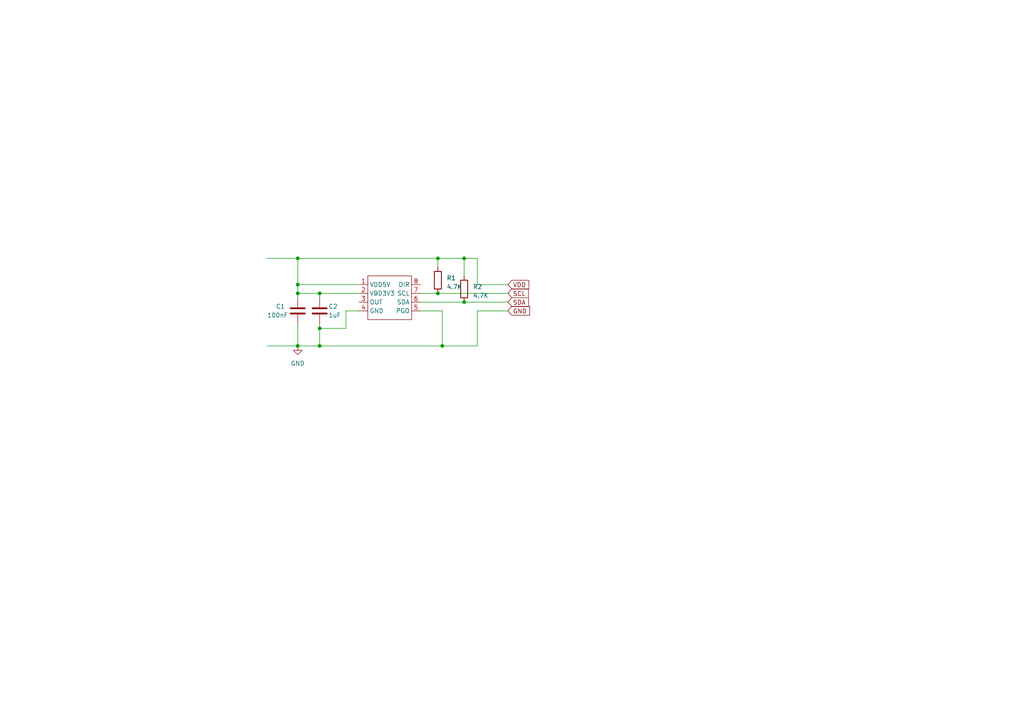
<source format=kicad_sch>
(kicad_sch (version 20230121) (generator eeschema)

  (uuid ea7d4d47-b765-4ea1-81d3-52cfadd68d8d)

  (paper "A4")

  (lib_symbols
    (symbol "Device:C" (pin_numbers hide) (pin_names (offset 0.254)) (in_bom yes) (on_board yes)
      (property "Reference" "C" (at 0.635 2.54 0)
        (effects (font (size 1.27 1.27)) (justify left))
      )
      (property "Value" "C" (at 0.635 -2.54 0)
        (effects (font (size 1.27 1.27)) (justify left))
      )
      (property "Footprint" "" (at 0.9652 -3.81 0)
        (effects (font (size 1.27 1.27)) hide)
      )
      (property "Datasheet" "~" (at 0 0 0)
        (effects (font (size 1.27 1.27)) hide)
      )
      (property "ki_keywords" "cap capacitor" (at 0 0 0)
        (effects (font (size 1.27 1.27)) hide)
      )
      (property "ki_description" "Unpolarized capacitor" (at 0 0 0)
        (effects (font (size 1.27 1.27)) hide)
      )
      (property "ki_fp_filters" "C_*" (at 0 0 0)
        (effects (font (size 1.27 1.27)) hide)
      )
      (symbol "C_0_1"
        (polyline
          (pts
            (xy -2.032 -0.762)
            (xy 2.032 -0.762)
          )
          (stroke (width 0.508) (type default))
          (fill (type none))
        )
        (polyline
          (pts
            (xy -2.032 0.762)
            (xy 2.032 0.762)
          )
          (stroke (width 0.508) (type default))
          (fill (type none))
        )
      )
      (symbol "C_1_1"
        (pin passive line (at 0 3.81 270) (length 2.794)
          (name "~" (effects (font (size 1.27 1.27))))
          (number "1" (effects (font (size 1.27 1.27))))
        )
        (pin passive line (at 0 -3.81 90) (length 2.794)
          (name "~" (effects (font (size 1.27 1.27))))
          (number "2" (effects (font (size 1.27 1.27))))
        )
      )
    )
    (symbol "Device:R" (pin_numbers hide) (pin_names (offset 0)) (in_bom yes) (on_board yes)
      (property "Reference" "R" (at 2.032 0 90)
        (effects (font (size 1.27 1.27)))
      )
      (property "Value" "R" (at 0 0 90)
        (effects (font (size 1.27 1.27)))
      )
      (property "Footprint" "" (at -1.778 0 90)
        (effects (font (size 1.27 1.27)) hide)
      )
      (property "Datasheet" "~" (at 0 0 0)
        (effects (font (size 1.27 1.27)) hide)
      )
      (property "ki_keywords" "R res resistor" (at 0 0 0)
        (effects (font (size 1.27 1.27)) hide)
      )
      (property "ki_description" "Resistor" (at 0 0 0)
        (effects (font (size 1.27 1.27)) hide)
      )
      (property "ki_fp_filters" "R_*" (at 0 0 0)
        (effects (font (size 1.27 1.27)) hide)
      )
      (symbol "R_0_1"
        (rectangle (start -1.016 -2.54) (end 1.016 2.54)
          (stroke (width 0.254) (type default))
          (fill (type none))
        )
      )
      (symbol "R_1_1"
        (pin passive line (at 0 3.81 270) (length 1.27)
          (name "~" (effects (font (size 1.27 1.27))))
          (number "1" (effects (font (size 1.27 1.27))))
        )
        (pin passive line (at 0 -3.81 90) (length 1.27)
          (name "~" (effects (font (size 1.27 1.27))))
          (number "2" (effects (font (size 1.27 1.27))))
        )
      )
    )
    (symbol "Library:AS5600" (in_bom yes) (on_board yes)
      (property "Reference" "U" (at -3.81 1.27 0)
        (effects (font (size 1.27 1.27)) hide)
      )
      (property "Value" "" (at -3.81 1.27 0)
        (effects (font (size 1.27 1.27)))
      )
      (property "Footprint" "Package_SO:SOIC-8-1EP_3.9x4.9mm_P1.27mm_EP2.514x3.2mm" (at -3.81 1.27 0)
        (effects (font (size 1.27 1.27)) hide)
      )
      (property "Datasheet" "" (at -3.81 1.27 0)
        (effects (font (size 1.27 1.27)) hide)
      )
      (symbol "AS5600_0_1"
        (rectangle (start -6.35 6.35) (end 6.35 -6.35)
          (stroke (width 0) (type default))
          (fill (type none))
        )
      )
      (symbol "AS5600_1_1"
        (pin input line (at -8.89 3.81 0) (length 2.54)
          (name "VDD5V" (effects (font (size 1.27 1.27))))
          (number "1" (effects (font (size 1.27 1.27))))
        )
        (pin input line (at -8.89 1.27 0) (length 2.54)
          (name "VDD3V3" (effects (font (size 1.27 1.27))))
          (number "2" (effects (font (size 1.27 1.27))))
        )
        (pin input line (at -8.89 -1.27 0) (length 2.54)
          (name "OUT" (effects (font (size 1.27 1.27))))
          (number "3" (effects (font (size 1.27 1.27))))
        )
        (pin input line (at -8.89 -3.81 0) (length 2.54)
          (name "GND" (effects (font (size 1.27 1.27))))
          (number "4" (effects (font (size 1.27 1.27))))
        )
        (pin input line (at 8.89 -3.81 180) (length 2.54)
          (name "PGO" (effects (font (size 1.27 1.27))))
          (number "5" (effects (font (size 1.27 1.27))))
        )
        (pin input line (at 8.89 -1.27 180) (length 2.54)
          (name "SDA" (effects (font (size 1.27 1.27))))
          (number "6" (effects (font (size 1.27 1.27))))
        )
        (pin input line (at 8.89 1.27 180) (length 2.54)
          (name "SCL" (effects (font (size 1.27 1.27))))
          (number "7" (effects (font (size 1.27 1.27))))
        )
        (pin input line (at 8.89 3.81 180) (length 2.54)
          (name "DIR" (effects (font (size 1.27 1.27))))
          (number "8" (effects (font (size 1.27 1.27))))
        )
      )
    )
    (symbol "power:GND" (power) (pin_names (offset 0)) (in_bom yes) (on_board yes)
      (property "Reference" "#PWR" (at 0 -6.35 0)
        (effects (font (size 1.27 1.27)) hide)
      )
      (property "Value" "GND" (at 0 -3.81 0)
        (effects (font (size 1.27 1.27)))
      )
      (property "Footprint" "" (at 0 0 0)
        (effects (font (size 1.27 1.27)) hide)
      )
      (property "Datasheet" "" (at 0 0 0)
        (effects (font (size 1.27 1.27)) hide)
      )
      (property "ki_keywords" "global power" (at 0 0 0)
        (effects (font (size 1.27 1.27)) hide)
      )
      (property "ki_description" "Power symbol creates a global label with name \"GND\" , ground" (at 0 0 0)
        (effects (font (size 1.27 1.27)) hide)
      )
      (symbol "GND_0_1"
        (polyline
          (pts
            (xy 0 0)
            (xy 0 -1.27)
            (xy 1.27 -1.27)
            (xy 0 -2.54)
            (xy -1.27 -1.27)
            (xy 0 -1.27)
          )
          (stroke (width 0) (type default))
          (fill (type none))
        )
      )
      (symbol "GND_1_1"
        (pin power_in line (at 0 0 270) (length 0) hide
          (name "GND" (effects (font (size 1.27 1.27))))
          (number "1" (effects (font (size 1.27 1.27))))
        )
      )
    )
  )

  (junction (at 92.71 95.25) (diameter 0) (color 0 0 0 0)
    (uuid 0509a541-21ff-4467-9521-494172490b01)
  )
  (junction (at 86.36 82.55) (diameter 0) (color 0 0 0 0)
    (uuid 05c0be81-d86c-49b8-93f4-166a68768185)
  )
  (junction (at 134.62 74.93) (diameter 0) (color 0 0 0 0)
    (uuid 34a4516b-8f59-4ec0-b8e5-f3bbf0f793dd)
  )
  (junction (at 128.27 100.33) (diameter 0) (color 0 0 0 0)
    (uuid 39eb9e47-5d1d-456f-b3a1-66039c9ad608)
  )
  (junction (at 127 74.93) (diameter 0) (color 0 0 0 0)
    (uuid 5e4e4159-a416-484e-9f06-89e43b977300)
  )
  (junction (at 86.36 85.09) (diameter 0) (color 0 0 0 0)
    (uuid 7e34245e-00e0-4fc9-8302-6ad0b68518dc)
  )
  (junction (at 86.36 74.93) (diameter 0) (color 0 0 0 0)
    (uuid 84f640c2-f5b6-4d97-8ac4-2e26f162fa8a)
  )
  (junction (at 127 85.09) (diameter 0) (color 0 0 0 0)
    (uuid 9962165c-5279-4dbd-92c5-ae2e668b9fd0)
  )
  (junction (at 134.62 87.63) (diameter 0) (color 0 0 0 0)
    (uuid bb3a2579-481f-4544-94a0-48bd3df0ec6d)
  )
  (junction (at 92.71 85.09) (diameter 0) (color 0 0 0 0)
    (uuid c0d6ae94-b28a-4632-97e6-82f51dc85294)
  )
  (junction (at 86.36 100.33) (diameter 0) (color 0 0 0 0)
    (uuid ccb93d8c-061f-4892-bdc0-56c13f2cef9c)
  )
  (junction (at 92.71 100.33) (diameter 0) (color 0 0 0 0)
    (uuid d3500ca9-fe94-4a94-b82d-c70183d2cc88)
  )

  (wire (pts (xy 128.27 90.17) (xy 128.27 100.33))
    (stroke (width 0) (type default))
    (uuid 154aaf9d-9e90-4c15-8f8d-f202559e03f1)
  )
  (wire (pts (xy 86.36 85.09) (xy 86.36 86.36))
    (stroke (width 0) (type default))
    (uuid 23f18b68-ee2c-486e-8e07-99df299158cc)
  )
  (wire (pts (xy 127 74.93) (xy 134.62 74.93))
    (stroke (width 0) (type default))
    (uuid 24b08522-7386-4e96-944d-84ecc76b5b32)
  )
  (wire (pts (xy 77.47 100.33) (xy 86.36 100.33))
    (stroke (width 0) (type default))
    (uuid 360d41b9-173a-4b19-9b2b-2422a396c523)
  )
  (wire (pts (xy 92.71 100.33) (xy 92.71 95.25))
    (stroke (width 0) (type default))
    (uuid 3877150d-f4fe-458f-a98c-31eee5a96db8)
  )
  (wire (pts (xy 86.36 82.55) (xy 86.36 74.93))
    (stroke (width 0) (type default))
    (uuid 3e3635a9-33fb-4afb-9963-a6fdfe601d23)
  )
  (wire (pts (xy 134.62 74.93) (xy 138.43 74.93))
    (stroke (width 0) (type default))
    (uuid 408a98a7-5eda-48ca-a6e5-dbe26eee11a2)
  )
  (wire (pts (xy 92.71 85.09) (xy 92.71 86.36))
    (stroke (width 0) (type default))
    (uuid 45b71182-9708-4627-8f1c-a02e3c9c9fa2)
  )
  (wire (pts (xy 86.36 100.33) (xy 92.71 100.33))
    (stroke (width 0) (type default))
    (uuid 45c39c9b-8b91-4cfb-8c00-347024f0c0a6)
  )
  (wire (pts (xy 121.92 90.17) (xy 128.27 90.17))
    (stroke (width 0) (type default))
    (uuid 4de9ad58-d5ea-43c6-87d5-f51e79295394)
  )
  (wire (pts (xy 92.71 85.09) (xy 86.36 85.09))
    (stroke (width 0) (type default))
    (uuid 59fe8513-4421-47d5-bf7b-aaf0f92a4400)
  )
  (wire (pts (xy 138.43 82.55) (xy 147.32 82.55))
    (stroke (width 0) (type default))
    (uuid 5c210586-384d-4a87-b861-18da64078405)
  )
  (wire (pts (xy 86.36 82.55) (xy 104.14 82.55))
    (stroke (width 0) (type default))
    (uuid 6050b7c4-1e3e-456a-be35-21d7f423e0a0)
  )
  (wire (pts (xy 92.71 85.09) (xy 104.14 85.09))
    (stroke (width 0) (type default))
    (uuid 681a258a-357c-4118-96dc-79e1040bdff9)
  )
  (wire (pts (xy 138.43 90.17) (xy 147.32 90.17))
    (stroke (width 0) (type default))
    (uuid 690f6c47-62c6-4480-a53b-a577e25fbf1f)
  )
  (wire (pts (xy 121.92 87.63) (xy 134.62 87.63))
    (stroke (width 0) (type default))
    (uuid 6fafd726-3fc7-41d4-986e-d434e4337174)
  )
  (wire (pts (xy 134.62 74.93) (xy 134.62 80.01))
    (stroke (width 0) (type default))
    (uuid 740f77d3-bd94-4e46-ac43-6a9cb40f651f)
  )
  (wire (pts (xy 128.27 100.33) (xy 138.43 100.33))
    (stroke (width 0) (type default))
    (uuid 7eef861c-253f-4f39-8afd-5e86f31e261d)
  )
  (wire (pts (xy 92.71 100.33) (xy 128.27 100.33))
    (stroke (width 0) (type default))
    (uuid 89103654-38a5-4a77-8bc5-b26e7eef0d1b)
  )
  (wire (pts (xy 100.33 90.17) (xy 100.33 95.25))
    (stroke (width 0) (type default))
    (uuid 92ca190e-3a78-4f3b-8487-e88e3fdeed58)
  )
  (wire (pts (xy 77.47 74.93) (xy 86.36 74.93))
    (stroke (width 0) (type default))
    (uuid 9f46b109-1f80-46ff-9435-4bf74ba9b416)
  )
  (wire (pts (xy 127 74.93) (xy 127 77.47))
    (stroke (width 0) (type default))
    (uuid a53d61a1-35ad-4733-bee1-18ee9af90125)
  )
  (wire (pts (xy 92.71 95.25) (xy 92.71 93.98))
    (stroke (width 0) (type default))
    (uuid a7bf1e78-1f63-492c-a1c5-3dfa98deb533)
  )
  (wire (pts (xy 86.36 82.55) (xy 86.36 85.09))
    (stroke (width 0) (type default))
    (uuid b6da9a73-763f-43a7-925e-7d24c3f1bcc0)
  )
  (wire (pts (xy 86.36 74.93) (xy 127 74.93))
    (stroke (width 0) (type default))
    (uuid bed47be6-245c-4883-b1d1-6a775d69440d)
  )
  (wire (pts (xy 100.33 95.25) (xy 92.71 95.25))
    (stroke (width 0) (type default))
    (uuid cab0fb66-3d75-47d2-b400-2ababf966170)
  )
  (wire (pts (xy 138.43 100.33) (xy 138.43 90.17))
    (stroke (width 0) (type default))
    (uuid cf4a08e0-b732-49f4-8604-f200dd66fccf)
  )
  (wire (pts (xy 121.92 85.09) (xy 127 85.09))
    (stroke (width 0) (type default))
    (uuid daeca52e-3b66-4124-849b-da6f47c7aeb0)
  )
  (wire (pts (xy 104.14 90.17) (xy 100.33 90.17))
    (stroke (width 0) (type default))
    (uuid dcd791f9-decc-4dbc-9f23-fa6b02a3e3dc)
  )
  (wire (pts (xy 138.43 74.93) (xy 138.43 82.55))
    (stroke (width 0) (type default))
    (uuid e2e664af-55af-4b13-a13d-e5fcd496a120)
  )
  (wire (pts (xy 134.62 87.63) (xy 147.32 87.63))
    (stroke (width 0) (type default))
    (uuid e713ef3d-290f-4c99-9187-f5bfd2b3a164)
  )
  (wire (pts (xy 86.36 93.98) (xy 86.36 100.33))
    (stroke (width 0) (type default))
    (uuid f9ae5e1b-c3ed-4ee7-8637-db51c346f886)
  )
  (wire (pts (xy 127 85.09) (xy 147.32 85.09))
    (stroke (width 0) (type default))
    (uuid fc61db1a-672a-4fa1-a212-4bb65ce8c9be)
  )

  (global_label "SCL" (shape input) (at 147.32 85.09 0) (fields_autoplaced)
    (effects (font (size 1.27 1.27)) (justify left))
    (uuid 037742ef-cf48-432c-bf2b-a328c178a73e)
    (property "Intersheetrefs" "${INTERSHEET_REFS}" (at 153.7334 85.09 0)
      (effects (font (size 1.27 1.27)) (justify left) hide)
    )
  )
  (global_label "GND" (shape input) (at 147.32 90.17 0) (fields_autoplaced)
    (effects (font (size 1.27 1.27)) (justify left))
    (uuid 114c12e0-5bd0-431c-b61c-43ffcf2bd8f0)
    (property "Intersheetrefs" "${INTERSHEET_REFS}" (at 154.0963 90.17 0)
      (effects (font (size 1.27 1.27)) (justify left) hide)
    )
  )
  (global_label "VDD" (shape input) (at 147.32 82.55 0) (fields_autoplaced)
    (effects (font (size 1.27 1.27)) (justify left))
    (uuid 4a92876a-958a-4a4a-a7ab-60a88c484715)
    (property "Intersheetrefs" "${INTERSHEET_REFS}" (at 153.8544 82.55 0)
      (effects (font (size 1.27 1.27)) (justify left) hide)
    )
  )
  (global_label "SDA" (shape input) (at 147.32 87.63 0) (fields_autoplaced)
    (effects (font (size 1.27 1.27)) (justify left))
    (uuid cb6e8cdd-818c-48a9-a459-bbdfaae75f22)
    (property "Intersheetrefs" "${INTERSHEET_REFS}" (at 153.7939 87.63 0)
      (effects (font (size 1.27 1.27)) (justify left) hide)
    )
  )

  (symbol (lib_id "Library:AS5600") (at 113.03 86.36 0) (unit 1)
    (in_bom yes) (on_board yes) (dnp no) (fields_autoplaced)
    (uuid 4365d5fb-d990-4d59-9a0a-b37604d21f72)
    (property "Reference" "U1" (at 109.22 85.09 0)
      (effects (font (size 1.27 1.27)) hide)
    )
    (property "Value" "~" (at 109.22 85.09 0)
      (effects (font (size 1.27 1.27)))
    )
    (property "Footprint" "Package_SO:SOIC-8-1EP_3.9x4.9mm_P1.27mm_EP2.514x3.2mm" (at 109.22 85.09 0)
      (effects (font (size 1.27 1.27)) hide)
    )
    (property "Datasheet" "" (at 109.22 85.09 0)
      (effects (font (size 1.27 1.27)) hide)
    )
    (pin "1" (uuid 1effccc9-8a92-4230-be17-84da65b294ca))
    (pin "2" (uuid 98c1394e-957e-46cf-bf47-478686fe4dc5))
    (pin "3" (uuid d956348e-d10b-4a78-a3db-466ce2c6621a))
    (pin "4" (uuid 32ccb483-0cbe-45fe-b77c-42ac88ce197b))
    (pin "5" (uuid 1ffc1b2a-f4e1-4a6e-9632-6c302f997e06))
    (pin "6" (uuid 104da1f2-d942-4a93-88b4-ecd379d456a4))
    (pin "7" (uuid 7e7842ea-f47e-47d2-a7a4-ba4c943551ac))
    (pin "8" (uuid 913723d9-f2e0-4a6a-8947-d55e4ff9ea63))
    (instances
      (project "TopPCB"
        (path "/ea7d4d47-b765-4ea1-81d3-52cfadd68d8d"
          (reference "U1") (unit 1)
        )
      )
    )
  )

  (symbol (lib_id "power:GND") (at 86.36 100.33 0) (unit 1)
    (in_bom yes) (on_board yes) (dnp no) (fields_autoplaced)
    (uuid 46e8aa90-05f8-462b-8d12-a70c3b321304)
    (property "Reference" "#PWR01" (at 86.36 106.68 0)
      (effects (font (size 1.27 1.27)) hide)
    )
    (property "Value" "GND" (at 86.36 105.41 0)
      (effects (font (size 1.27 1.27)))
    )
    (property "Footprint" "" (at 86.36 100.33 0)
      (effects (font (size 1.27 1.27)) hide)
    )
    (property "Datasheet" "" (at 86.36 100.33 0)
      (effects (font (size 1.27 1.27)) hide)
    )
    (pin "1" (uuid c1f75876-6299-4616-a653-c3d25fa4ea40))
    (instances
      (project "TopPCB"
        (path "/ea7d4d47-b765-4ea1-81d3-52cfadd68d8d"
          (reference "#PWR01") (unit 1)
        )
      )
    )
  )

  (symbol (lib_id "Device:C") (at 86.36 90.17 0) (unit 1)
    (in_bom yes) (on_board yes) (dnp no)
    (uuid 5590644b-ccf0-4057-a8eb-bf1fb19a7aa8)
    (property "Reference" "C1" (at 80.01 88.9 0)
      (effects (font (size 1.27 1.27)) (justify left))
    )
    (property "Value" "100nF" (at 77.47 91.44 0)
      (effects (font (size 1.27 1.27)) (justify left))
    )
    (property "Footprint" "Capacitor_SMD:C_0402_1005Metric" (at 87.3252 93.98 0)
      (effects (font (size 1.27 1.27)) hide)
    )
    (property "Datasheet" "~" (at 86.36 90.17 0)
      (effects (font (size 1.27 1.27)) hide)
    )
    (pin "1" (uuid 38eca3d5-4a94-44c9-90b6-92c16c1fa1f9))
    (pin "2" (uuid 75ee9267-61ce-4663-a326-2b5e090844b6))
    (instances
      (project "TopPCB"
        (path "/ea7d4d47-b765-4ea1-81d3-52cfadd68d8d"
          (reference "C1") (unit 1)
        )
      )
    )
  )

  (symbol (lib_id "Device:C") (at 92.71 90.17 0) (unit 1)
    (in_bom yes) (on_board yes) (dnp no)
    (uuid 9e98c6b1-64a8-4c90-8fd5-ce5b5c9cfaa5)
    (property "Reference" "C2" (at 95.25 88.9 0)
      (effects (font (size 1.27 1.27)) (justify left))
    )
    (property "Value" "1uF" (at 95.25 91.44 0)
      (effects (font (size 1.27 1.27)) (justify left))
    )
    (property "Footprint" "Capacitor_SMD:C_0402_1005Metric" (at 93.6752 93.98 0)
      (effects (font (size 1.27 1.27)) hide)
    )
    (property "Datasheet" "~" (at 92.71 90.17 0)
      (effects (font (size 1.27 1.27)) hide)
    )
    (pin "1" (uuid 5f1374b9-27b1-41b6-99b4-bd92e554f4c3))
    (pin "2" (uuid a0e43e14-c2e8-4953-913b-877eee4bd1f1))
    (instances
      (project "TopPCB"
        (path "/ea7d4d47-b765-4ea1-81d3-52cfadd68d8d"
          (reference "C2") (unit 1)
        )
      )
    )
  )

  (symbol (lib_id "Device:R") (at 134.62 83.82 0) (unit 1)
    (in_bom yes) (on_board yes) (dnp no) (fields_autoplaced)
    (uuid a57b83a3-f965-4f63-94cf-d73393e2e20e)
    (property "Reference" "R2" (at 137.16 83.185 0)
      (effects (font (size 1.27 1.27)) (justify left))
    )
    (property "Value" "4.7K" (at 137.16 85.725 0)
      (effects (font (size 1.27 1.27)) (justify left))
    )
    (property "Footprint" "Resistor_SMD:R_0402_1005Metric" (at 132.842 83.82 90)
      (effects (font (size 1.27 1.27)) hide)
    )
    (property "Datasheet" "~" (at 134.62 83.82 0)
      (effects (font (size 1.27 1.27)) hide)
    )
    (pin "1" (uuid 20eb4c9f-048d-4a9d-974a-d998d593d7a8))
    (pin "2" (uuid 17e7399d-0c5e-409e-859b-c25ae8c7b21a))
    (instances
      (project "TopPCB"
        (path "/ea7d4d47-b765-4ea1-81d3-52cfadd68d8d"
          (reference "R2") (unit 1)
        )
      )
    )
  )

  (symbol (lib_id "Device:R") (at 127 81.28 0) (unit 1)
    (in_bom yes) (on_board yes) (dnp no) (fields_autoplaced)
    (uuid c604d56b-e2ab-4a80-ae2f-82f5a22abd30)
    (property "Reference" "R1" (at 129.54 80.645 0)
      (effects (font (size 1.27 1.27)) (justify left))
    )
    (property "Value" "4.7K" (at 129.54 83.185 0)
      (effects (font (size 1.27 1.27)) (justify left))
    )
    (property "Footprint" "Resistor_SMD:R_0402_1005Metric" (at 125.222 81.28 90)
      (effects (font (size 1.27 1.27)) hide)
    )
    (property "Datasheet" "~" (at 127 81.28 0)
      (effects (font (size 1.27 1.27)) hide)
    )
    (pin "1" (uuid b11b83d0-fa00-4e9a-9a77-ad5d4f9b2acd))
    (pin "2" (uuid 38ea43b8-6d1a-43ed-b1e8-acb9a9bb7bea))
    (instances
      (project "TopPCB"
        (path "/ea7d4d47-b765-4ea1-81d3-52cfadd68d8d"
          (reference "R1") (unit 1)
        )
      )
    )
  )

  (sheet_instances
    (path "/" (page "1"))
  )
)

</source>
